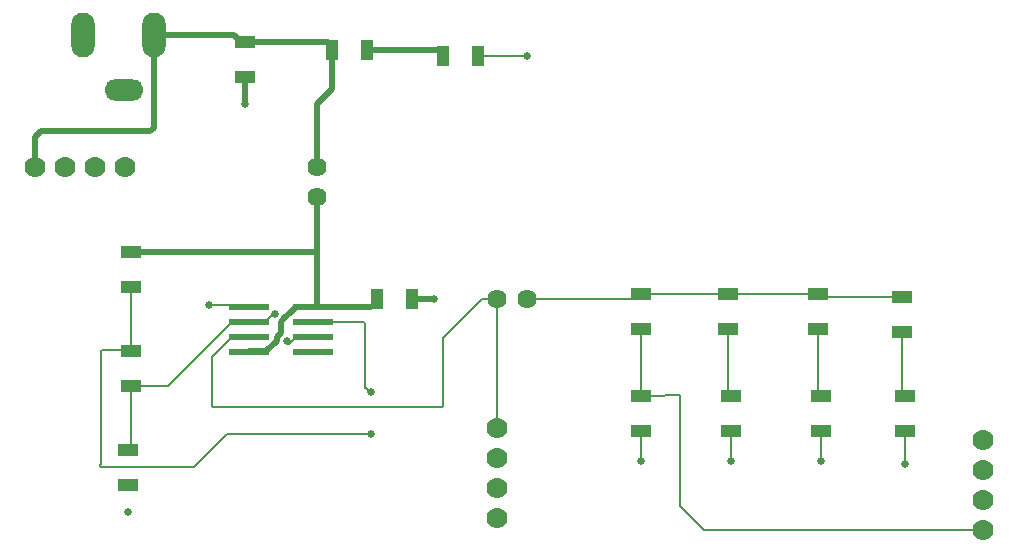
<source format=gtl>
G04*
G04 #@! TF.GenerationSoftware,Altium Limited,Altium Designer,24.1.2 (44)*
G04*
G04 Layer_Physical_Order=1*
G04 Layer_Color=255*
%FSLAX25Y25*%
%MOIN*%
G70*
G04*
G04 #@! TF.SameCoordinates,DF6D4255-D543-4343-BE3F-48429236DA3E*
G04*
G04*
G04 #@! TF.FilePolarity,Positive*
G04*
G01*
G75*
%ADD12C,0.02000*%
%ADD17C,0.00600*%
%ADD19R,0.13386X0.02362*%
%ADD20R,0.07100X0.04400*%
%ADD21R,0.04400X0.07100*%
%ADD31O,0.12992X0.07087*%
%ADD32O,0.07874X0.14961*%
%ADD33C,0.07000*%
%ADD34C,0.06378*%
%ADD35C,0.02500*%
D12*
X98112Y80708D02*
Y84516D01*
X99250Y85822D02*
X101332Y87905D01*
X98112Y84516D02*
X99250Y85654D01*
Y85822D01*
X93254Y74681D02*
X96750Y78177D01*
Y79346D02*
X98112Y80708D01*
X96750Y78177D02*
Y79346D01*
X87370Y74500D02*
X87551Y74681D01*
X93254D01*
X101332Y87905D02*
X101523D01*
X103118Y89500D02*
X108630D01*
X101523Y87905D02*
X103118Y89500D01*
X109819D02*
X128200D01*
X16000Y136000D02*
Y146000D01*
X18000Y148000D01*
X54451D02*
X55622Y149172D01*
X18000Y148000D02*
X54451D01*
X55622Y149172D02*
Y180000D01*
X110000Y107841D02*
Y126000D01*
Y89681D02*
Y107841D01*
X109959Y107800D02*
X110000Y107841D01*
X48000Y107800D02*
X109959D01*
X141900Y92000D02*
X149000D01*
X109819Y89500D02*
X110000Y89681D01*
X108630Y89500D02*
X109819D01*
X110000Y136000D02*
Y157000D01*
X115100Y162100D01*
Y175000D01*
X152100Y173000D02*
Y173800D01*
X126900Y175000D02*
X150900D01*
X152100Y173800D01*
X86000Y157000D02*
Y166000D01*
X113650Y177800D02*
X115100Y176350D01*
Y175000D02*
Y176350D01*
X86000Y177800D02*
X113650D01*
X82450Y180000D02*
X84650Y177800D01*
X55622Y180000D02*
X82450D01*
X84650Y177800D02*
X86000D01*
D17*
X92882Y84500D02*
X95018Y86637D01*
X95636D02*
X96000Y87000D01*
X87370Y84500D02*
X92882D01*
X95018Y86637D02*
X95636D01*
X100848Y77230D02*
X103118Y79500D01*
X100000Y78000D02*
X100079D01*
X100848Y77230D01*
X103118Y79500D02*
X108630D01*
X47850Y75000D02*
X48000Y74850D01*
X38352Y75000D02*
X47850D01*
X38000Y37000D02*
Y74648D01*
X38352Y75000D01*
X38200Y36000D02*
X69000D01*
X37848Y36351D02*
X38200Y36000D01*
X37848Y36351D02*
Y36849D01*
X38000Y37000D01*
X80000Y47000D02*
X128000D01*
X69000Y36000D02*
X80000Y47000D01*
X48000Y42738D02*
Y63050D01*
X47162Y41900D02*
X48000Y42738D01*
X127662Y61000D02*
X128000D01*
X126311Y62352D02*
X127662Y61000D01*
X126000Y62352D02*
X126311D01*
X126000D02*
Y84000D01*
X125500Y84500D02*
X126000Y84000D01*
X108630Y84500D02*
X125500D01*
X75000Y56352D02*
X75352Y56000D01*
X151648D01*
X152000Y56352D01*
X75000D02*
Y72642D01*
X152000Y56352D02*
Y79000D01*
X165000Y92000D01*
X170000D01*
X75000Y72642D02*
X81858Y79500D01*
X87370D01*
X48000Y63050D02*
X60408D01*
X81858Y84500D01*
X87370D01*
X48000Y74850D02*
Y96000D01*
X226075Y60151D02*
X230648D01*
X231000Y23000D02*
Y59800D01*
X218000Y59900D02*
X225823D01*
X226075Y60151D01*
X230648D02*
X231000Y59800D01*
Y23000D02*
X239000Y15000D01*
X332000D01*
X247100Y93800D02*
X277000D01*
X218000Y93900D02*
X247000D01*
X247100Y93800D01*
X248000Y38000D02*
Y48100D01*
X331000Y16000D02*
X332000Y15000D01*
X170000Y49000D02*
Y92000D01*
X216100D02*
X218000Y93900D01*
X180000Y92000D02*
X216100D01*
X305000Y60900D02*
Y81100D01*
Y60900D02*
X306000Y59900D01*
X277000Y60900D02*
Y82000D01*
Y60900D02*
X278000Y59900D01*
X247000Y60900D02*
X248000Y59900D01*
X247000Y60900D02*
Y82100D01*
X277000Y93800D02*
X277900Y92900D01*
X305000D01*
X218000Y59900D02*
Y82100D01*
X163900Y173000D02*
X180000D01*
X86870Y90000D02*
X87370Y89500D01*
X74000Y90000D02*
X86870D01*
X306000Y37000D02*
Y48100D01*
X278000Y38000D02*
Y48100D01*
X218000Y38000D02*
Y48100D01*
X128200Y89500D02*
X130100Y91400D01*
Y92000D01*
D19*
X87370Y89500D02*
D03*
Y84500D02*
D03*
Y79500D02*
D03*
Y74500D02*
D03*
X108630D02*
D03*
Y79500D02*
D03*
Y84500D02*
D03*
Y89500D02*
D03*
D20*
X86000Y166000D02*
D03*
Y177800D02*
D03*
X48000Y107800D02*
D03*
Y96000D02*
D03*
Y74850D02*
D03*
Y63050D02*
D03*
X305000Y81100D02*
D03*
Y92900D02*
D03*
X277000Y82000D02*
D03*
Y93800D02*
D03*
X247000Y82100D02*
D03*
Y93900D02*
D03*
X218000Y82100D02*
D03*
Y93900D02*
D03*
X248000Y59900D02*
D03*
Y48100D02*
D03*
X306000Y59900D02*
D03*
Y48100D02*
D03*
X218000Y59900D02*
D03*
Y48100D02*
D03*
X278000Y59900D02*
D03*
Y48100D02*
D03*
X47162Y30100D02*
D03*
Y41900D02*
D03*
D21*
X126900Y175000D02*
D03*
X115100D02*
D03*
X152100Y173000D02*
D03*
X163900D02*
D03*
X130100Y92000D02*
D03*
X141900D02*
D03*
D31*
X45779Y161693D02*
D03*
D32*
X32000Y180000D02*
D03*
X55622D02*
D03*
D33*
X36000Y136000D02*
D03*
X46000D02*
D03*
X16000D02*
D03*
X26000D02*
D03*
X170000Y29000D02*
D03*
Y19000D02*
D03*
Y49000D02*
D03*
Y39000D02*
D03*
X332000Y25000D02*
D03*
Y15000D02*
D03*
Y45000D02*
D03*
Y35000D02*
D03*
D34*
X110000Y126000D02*
D03*
Y136000D02*
D03*
X170000Y92000D02*
D03*
X180000D02*
D03*
D35*
X96000Y87000D02*
D03*
X100000Y78000D02*
D03*
X128000Y47000D02*
D03*
Y61000D02*
D03*
X180000Y173000D02*
D03*
X86000Y157000D02*
D03*
X74000Y90000D02*
D03*
X306000Y37000D02*
D03*
X278000Y38000D02*
D03*
X248000D02*
D03*
X218000D02*
D03*
X149000Y92000D02*
D03*
X47000Y21000D02*
D03*
M02*

</source>
